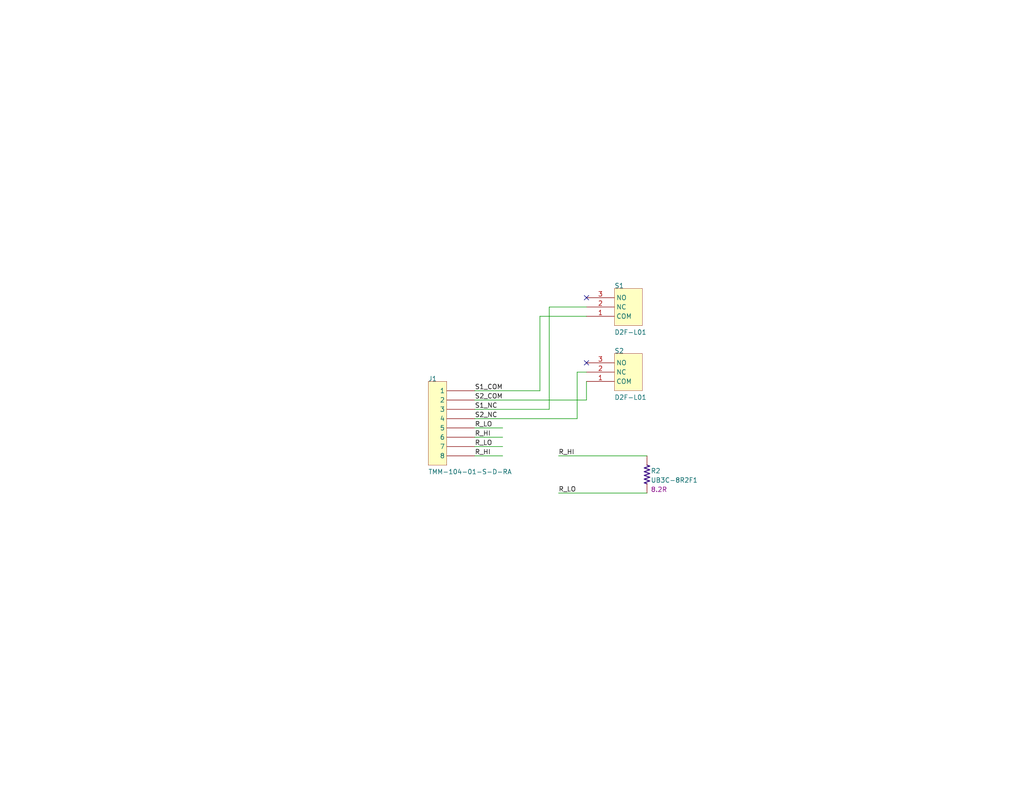
<source format=kicad_sch>
(kicad_sch (version 20231120) (generator "eeschema") (generator_version "8.0")
  (paper "USLetter")
  (title_block (title "Antenna Burn Wire PCB") (date "2024-09-11") (company "Student Satellite Program, IIT Bombay") (comment 1 "Author : Tanish Raghute"))
  (lib_symbols
    (symbol "resistor_board-altium-import:root_0_UB3C-8R2F1"
      (symbol "root_0_UB3C-8R2F1_1_0"
        (polyline (pts (xy 0 -2.54) (xy -0.762 -2.286) (xy 0.762 -1.778) (xy -0.762 -1.27) (xy 0.762 -0.762) (xy -0.762 -0.254) (xy 0.762 0.254) (xy -0.762 0.762) (xy 0.762 1.27) (xy -0.762 1.778) (xy 0.762 2.286) (xy 0 2.54)) (stroke (width 0.254) (color 48 0 123 1)))
        (pin passive line (at 0 -5.08 90) (length 2.54) (name "") (number "1"))
        (pin passive line (at 0 5.08 270) (length 2.54) (name "") (number "2"))
      )
    )
    (symbol "resistor_board-altium-import:root_0_mirrored_TMM-104-01-x-D-RA"
      (symbol "root_0_mirrored_TMM-104-01-x-D-RA_1_0"
        (rectangle (start -7.62 2.54) (end -12.7 -20.32) (stroke (width 0.0254) (color 128 0 0 1)) (fill (type background)))
        (pin passive line (at 0 0 180) (length 7.62) (name "1") (number "1"))
        (pin passive line (at 0 -2.54 180) (length 7.62) (name "2") (number "2"))
        (pin passive line (at 0 -5.08 180) (length 7.62) (name "3") (number "3"))
        (pin passive line (at 0 -7.62 180) (length 7.62) (name "4") (number "4"))
        (pin passive line (at 0 -10.16 180) (length 7.62) (name "5") (number "5"))
        (pin passive line (at 0 -12.7 180) (length 7.62) (name "6") (number "6"))
        (pin passive line (at 0 -15.24 180) (length 7.62) (name "7") (number "7"))
        (pin passive line (at 0 -17.78 180) (length 7.62) (name "8") (number "8"))
      )
    )
    (symbol "resistor_board-altium-import:root_2_mirrored_D2F-L01"
      (symbol "root_2_mirrored_D2F-L01_1_0"
        (rectangle (start 7.62 5.08) (end 0 -5.08) (stroke (width 0.0254) (color 128 0 0 1)) (fill (type background)))
        (pin passive line (at -7.62 -2.54 0) (length 7.62) (name "COM") (number "1"))
        (pin passive line (at -7.62 0 0) (length 7.62) (name "NC") (number "2"))
        (pin passive line (at -7.62 2.54 0) (length 7.62) (name "NO") (number "3"))
      )
    )
  )
  (no_connect (at 160.02 81.28))
  (no_connect (at 160.02 99.06))
  (wire (pts (xy 152.4 124.46) (xy 176.53 124.46)))
  (wire (pts (xy 147.32 86.36) (xy 147.32 106.68)))
  (wire (pts (xy 129.54 111.76) (xy 149.86 111.76)))
  (wire (pts (xy 149.86 83.82) (xy 160.02 83.82)))
  (wire (pts (xy 160.02 86.36) (xy 147.32 86.36)))
  (wire (pts (xy 129.54 116.84) (xy 137.16 116.84)))
  (wire (pts (xy 129.54 121.92) (xy 137.16 121.92)))
  (wire (pts (xy 152.4 134.62) (xy 176.53 134.62)))
  (wire (pts (xy 157.48 114.3) (xy 157.48 101.6)))
  (wire (pts (xy 149.86 111.76) (xy 149.86 83.82)))
  (wire (pts (xy 160.02 104.14) (xy 160.02 109.22)))
  (wire (pts (xy 160.02 109.22) (xy 129.54 109.22)))
  (wire (pts (xy 157.48 101.6) (xy 160.02 101.6)))
  (wire (pts (xy 129.54 124.46) (xy 137.16 124.46)))
  (wire (pts (xy 129.54 119.38) (xy 137.16 119.38)))
  (wire (pts (xy 147.32 106.68) (xy 129.54 106.68)))
  (wire (pts (xy 129.54 114.3) (xy 157.48 114.3)))
  (label "R_HI" (at 129.54 124.46 0))
  (label "R_HI" (at 152.4 124.46 0))
  (label "S1_COM" (at 129.54 106.68 0))
  (label "R_LO" (at 152.4 134.62 0))
  (label "S2_NC" (at 129.54 114.3 0))
  (label "R_HI" (at 129.54 119.38 0))
  (label "S2_COM" (at 129.54 109.22 0))
  (label "S1_NC" (at 129.54 111.76 0))
  (label "R_LO" (at 129.54 116.84 0))
  (label "R_LO" (at 129.54 121.92 0))
  (symbol (lib_id "resistor_board-altium-import:root_2_mirrored_D2F-L01") (at 167.64 101.6 0) (unit 1)
    (property "Reference" "S2" (at 167.64 96.52 0) (effects (justify left bottom)))
    (property "Value" "D2F-L01" (at 167.64 109.22 0) (effects (justify left bottom)))
    (property "Footprint" "D2F-L" (effects (hide yes)))
    (property "Description" "SWITCH SNAP ACT SPDT 100MA 30V" (effects (hide yes)))
    (property "SUPPLIER 1" "Digi-Key" (effects (hide yes)))
    (property "SUPPLIER PART NUMBER 1" "SW154-ND" (effects (hide yes)))
    (property "MANUFACTURER 1" "Omron" (effects (hide yes)))
    (property "MANUFACTURER PART NUMBER 1" "D2F-01L" (effects (hide yes)))
    (property "STOCK 1" "0" (effects (hide yes)))
    (property "PRICING 1" "1=1.94000, 10=1.82800, 25=1.75480, 50=1.68160, 100=1.60840, 250=1.27944 (USD)" (effects (hide yes)))
    (property "ROHS" "Yes" (effects (hide yes)))
    (property "MOUNT" "Through Hole,PCB,Screw" (effects (hide yes)))
    (property "MECHANICAL LIFE" "1000000Cycles" (effects (hide yes)))
    (property "CONTACT MATERIAL" "Gold" (effects (hide yes)))
    (property "ACTUATOR MATERIAL" "Stainless Steel" (effects (hide yes)))
    (property "CONTACT PLATING" "Gold" (effects (hide yes)))
    (property "WEIGHT" "0.017637oz" (effects (hide yes)))
    (property "MIN OPERATING TEMPERATURE" "-25°C" (effects (hide yes)))
    (property "MAX OPERATING TEMPERATURE" "65°C" (effects (hide yes)))
    (property "VOLTAGE RATING (DC)" "30V" (effects (hide yes)))
    (property "THROW CONFIGURATION" "SPDT" (effects (hide yes)))
    (property "CURRENT RATING" "100mA" (effects (hide yes)))
    (property "PACKAGING" "Bulk" (effects (hide yes)))
    (property "ELECTRICAL LIFE" "30000Cycles" (effects (hide yes)))
    (property "SWITCH FUNCTION" "On-Mom" (effects (hide yes)))
    (property "OPERATING FORCE" "0.78N" (effects (hide yes)))
    (property "TERMINATION" "PC Pins" (effects (hide yes)))
    (property "DIFFERENTIAL TRAVEL" "0.02inch" (effects (hide yes)))
    (property "OVERTRAVEL" "0.022inch" (effects (hide yes)))
    (property "OPERATING POSITION" "0.268inch" (effects (hide yes)))
    (property "MAX VOLTAGE RATING (DC)" "30V" (effects (hide yes)))
    (property "PACKAGE QUANTITY" "1000" (effects (hide yes)))
    (property "SERIES" "D2F" (effects (hide yes)))
    (property "ORIENTATION" "Straight" (effects (hide yes)))
    (property "MAX CURRENT RATING" "100mA" (effects (hide yes)))
    (property "ACTUATOR TYPE" "HINGE LEVER" (effects (hide yes)))
    (property "CONTACT CURRENT RATING" "100mA" (effects (hide yes)))
    (property "NUMBER OF POLES" "1" (effects (hide yes)))
    (property "INSULATION RESISTANCE" "100MR" (effects (hide yes)))
    (property "LENGTH" "13.95mm" (effects (hide yes)))
    (property "DEPTH" "5.8mm" (effects (hide yes)))
    (property "RATINGS" "IP40" (effects (hide yes)))
    (property "RADIATION HARDENING" "No" (effects (hide yes)))
    (property "LEAD FREE" "Lead Free" (effects (hide yes)))
    (property "REACH SVHC" "No SVHC" (effects (hide yes)))
    (property "APPROVALS" "UL,CSA" (effects (hide yes)))
    (property "COMPONENTLINK1URL" "https://datasheet.ciiva.com/26945/getdatasheetpartid-388881-26945786.pdf?src-supplier=Verical" (effects (hide yes)))
    (property "COMPONENTLINK1DESCRIPTION" "https://datasheet.ciiva.com/26945/getdatasheetpartid-388881-26945786.pdf?src-supplier=Verical" (effects (hide yes)))
    (property "COMPONENTLINK2URL" "https://datasheet.ciiva.com/1628/en-d2f-1628759.pdf?src-supplier=Farnell" (effects (hide yes)))
    (property "COMPONENTLINK2DESCRIPTION" "https://datasheet.ciiva.com/1628/en-d2f-1628759.pdf?src-supplier=Farnell" (effects (hide yes)))
    (property "COMPONENTLINK3URL" "https://datasheet.ciiva.com/2890/d2f-1113-2890889.pdf?src-supplier=Digi-Key" (effects (hide yes)))
    (property "COMPONENTLINK3DESCRIPTION" "https://datasheet.ciiva.com/2890/d2f-1113-2890889.pdf?src-supplier=Digi-Key" (effects (hide yes)))
    (property "COMPONENTLINK4URL" "https://datasheet.ciiva.com/14537/70175356-14537993.pdf?src-supplier=Allied+Electronics" (effects (hide yes)))
    (property "COMPONENTLINK4DESCRIPTION" "https://datasheet.ciiva.com/14537/70175356-14537993.pdf?src-supplier=Allied+Electronics" (effects (hide yes)))
    (property "COMPONENTLINK5URL" "https://datasheet.ciiva.com/16176/d2f-1110-16176606.pdf?src-supplier=Onlinecomponents.com" (effects (hide yes)))
    (property "COMPONENTLINK5DESCRIPTION" "https://datasheet.ciiva.com/16176/d2f-1110-16176606.pdf?src-supplier=Onlinecomponents.com" (effects (hide yes)))
    (property "COMPONENTLINK6URL" "https://datasheet.ciiva.com/1530/1825221-1530488.pdf?src-supplier=Element14" (effects (hide yes)))
    (property "COMPONENTLINK6DESCRIPTION" "https://datasheet.ciiva.com/1530/1825221-1530488.pdf?src-supplier=Element14" (effects (hide yes)))
    (property "COMPONENTLINK7URL" "https://datasheet.ciiva.com/1530/659393-1530504.pdf?src-supplier=Element14" (effects (hide yes)))
    (property "COMPONENTLINK7DESCRIPTION" "https://datasheet.ciiva.com/1530/659393-1530504.pdf?src-supplier=Element14" (effects (hide yes)))
    (property "COMPONENTLINK8URL" "https://datasheet.ciiva.com/14143/03587326-14143416.pdf?src-supplier=Distrelec" (effects (hide yes)))
    (property "COMPONENTLINK8DESCRIPTION" "https://datasheet.ciiva.com/14143/03587326-14143416.pdf?src-supplier=Distrelec" (effects (hide yes)))
  )
  (symbol (lib_id "resistor_board-altium-import:root_0_mirrored_TMM-104-01-x-D-RA") (at 129.54 106.68 0) (unit 1)
    (property "Reference" "J1" (at 116.84 104.14 0) (effects (justify left bottom)))
    (property "Value" "TMM-104-01-S-D-RA" (at 116.84 129.54 0) (effects (justify left bottom)))
    (property "Footprint" "TMM-104-01-x-D-RA" (effects (hide yes)))
    (property "Description" "HEADER M 2x4 RA 2mm" (effects (hide yes)))
    (property "SYSTEM" "Connector" (effects (hide yes)))
    (property "SUPPLIER 1" "Digi-Key" (effects (hide yes)))
    (property "SUPPLIER PART NUMBER 1" "SAM12153-ND" (effects (hide yes)))
  )
  (symbol (lib_id "resistor_board-altium-import:root_0_UB3C-8R2F1") (at 176.53 129.54 0) (unit 1)
    (property "Reference" "R2" (at 177.546 129.286 0) (effects (justify left bottom)))
    (property "Value" "UB3C-8R2F1" (at 177.546 131.826 0) (effects (justify left bottom)))
    (property "Footprint" "UB3C" (effects (hide yes)))
    (property "Description" "RES 8.2 OHM 1% 3W AXIAL" (effects (hide yes)))
    (property "SUPPLIER 1" "Digi-Key" (effects (hide yes)))
    (property "MANUFACTURER 1" "Riedon" (effects (hide yes)))
    (property "MANUFACTURER PART NUMBER 1" "UB3C-8R2F1" (effects (hide yes)))
    (property "STOCK 1" "18" (effects (hide yes)))
    (property "PRICING 1" "1=0.92000, 10=0.79500, 25=0.69880, 50=0.63860, 100=0.55430, 250=0.48200, 500=0.40006, 1000=0.32535, 5000=0.32053 (USD)" (effects (hide yes)))
    (property "ROHS" "Yes" (effects (hide yes)))
    (property "CASE/PACKAGE" "Axial" (effects (hide yes)))
    (property "MIN OPERATING TEMPERATURE" "-55°C" (effects (hide yes)))
    (property "MAX OPERATING TEMPERATURE" "250°C" (effects (hide yes)))
    (property "MAX POWER DISSIPATION" "3W" (effects (hide yes)))
    (property "PACKAGE QUANTITY" "250" (effects (hide yes)))
    (property "TOLERANCE" "1%" (effects (hide yes)))
    (property "PACKAGING" "Bulk" (effects (hide yes)))
    (property "NUMBER OF TERMINATIONS" "2" (effects (hide yes)))
    (property "TEMPERATURE COEFFICIENT" "50ppm/°C" (effects (hide yes)))
    (property "FEATURES" "Moisture Resistant" (effects (hide yes)))
    (property "LENGTH" "0.35inch" (effects (hide yes)))
    (property "COMPONENTLINK1URL" "http://riedon.com/media/pdf/UB.pdf?src-supplier=Digi-Key" (effects (hide yes)))
    (property "COMPONENTLINK1DESCRIPTION" "http://riedon.com/media/pdf/UB.pdf?src-supplier=Digi-Key" (effects (hide yes)))
    (property "SUPPLIER PART NUMBER 1" "696-1049-ND" (effects (hide yes)))
    (property "RESISTANCE" "8.2R" (at 177.546 134.366 0) (effects (justify left bottom)))
    (property "RESISTOR TYPE" "Wirewound" (effects (hide yes)))
    (property "SERIES" "UB" (effects (hide yes)))
  )
  (symbol (lib_id "resistor_board-altium-import:root_2_mirrored_D2F-L01") (at 167.64 83.82 0) (unit 1)
    (property "Reference" "S1" (at 167.64 78.74 0) (effects (justify left bottom)))
    (property "Value" "D2F-L01" (at 167.64 91.44 0) (effects (justify left bottom)))
    (property "Footprint" "D2F-L" (effects (hide yes)))
    (property "Description" "SWITCH SNAP ACT SPDT 100MA 30V" (effects (hide yes)))
    (property "SUPPLIER 1" "Digi-Key" (effects (hide yes)))
    (property "SUPPLIER PART NUMBER 1" "SW154-ND" (effects (hide yes)))
    (property "MANUFACTURER 1" "Omron" (effects (hide yes)))
    (property "MANUFACTURER PART NUMBER 1" "D2F-01L" (effects (hide yes)))
    (property "STOCK 1" "0" (effects (hide yes)))
    (property "PRICING 1" "1=1.94000, 10=1.82800, 25=1.75480, 50=1.68160, 100=1.60840, 250=1.27944 (USD)" (effects (hide yes)))
    (property "ROHS" "Yes" (effects (hide yes)))
    (property "MOUNT" "Through Hole,PCB,Screw" (effects (hide yes)))
    (property "MECHANICAL LIFE" "1000000Cycles" (effects (hide yes)))
    (property "CONTACT MATERIAL" "Gold" (effects (hide yes)))
    (property "ACTUATOR MATERIAL" "Stainless Steel" (effects (hide yes)))
    (property "CONTACT PLATING" "Gold" (effects (hide yes)))
    (property "WEIGHT" "0.017637oz" (effects (hide yes)))
    (property "MIN OPERATING TEMPERATURE" "-25°C" (effects (hide yes)))
    (property "MAX OPERATING TEMPERATURE" "65°C" (effects (hide yes)))
    (property "VOLTAGE RATING (DC)" "30V" (effects (hide yes)))
    (property "THROW CONFIGURATION" "SPDT" (effects (hide yes)))
    (property "CURRENT RATING" "100mA" (effects (hide yes)))
    (property "PACKAGING" "Bulk" (effects (hide yes)))
    (property "ELECTRICAL LIFE" "30000Cycles" (effects (hide yes)))
    (property "SWITCH FUNCTION" "On-Mom" (effects (hide yes)))
    (property "OPERATING FORCE" "0.78N" (effects (hide yes)))
    (property "TERMINATION" "PC Pins" (effects (hide yes)))
    (property "DIFFERENTIAL TRAVEL" "0.02inch" (effects (hide yes)))
    (property "OVERTRAVEL" "0.022inch" (effects (hide yes)))
    (property "OPERATING POSITION" "0.268inch" (effects (hide yes)))
    (property "MAX VOLTAGE RATING (DC)" "30V" (effects (hide yes)))
    (property "PACKAGE QUANTITY" "1000" (effects (hide yes)))
    (property "SERIES" "D2F" (effects (hide yes)))
    (property "ORIENTATION" "Straight" (effects (hide yes)))
    (property "MAX CURRENT RATING" "100mA" (effects (hide yes)))
    (property "ACTUATOR TYPE" "HINGE LEVER" (effects (hide yes)))
    (property "CONTACT CURRENT RATING" "100mA" (effects (hide yes)))
    (property "NUMBER OF POLES" "1" (effects (hide yes)))
    (property "INSULATION RESISTANCE" "100MR" (effects (hide yes)))
    (property "LENGTH" "13.95mm" (effects (hide yes)))
    (property "DEPTH" "5.8mm" (effects (hide yes)))
    (property "RATINGS" "IP40" (effects (hide yes)))
    (property "RADIATION HARDENING" "No" (effects (hide yes)))
    (property "LEAD FREE" "Lead Free" (effects (hide yes)))
    (property "REACH SVHC" "No SVHC" (effects (hide yes)))
    (property "APPROVALS" "UL,CSA" (effects (hide yes)))
    (property "COMPONENTLINK1URL" "https://datasheet.ciiva.com/26945/getdatasheetpartid-388881-26945786.pdf?src-supplier=Verical" (effects (hide yes)))
    (property "COMPONENTLINK1DESCRIPTION" "https://datasheet.ciiva.com/26945/getdatasheetpartid-388881-26945786.pdf?src-supplier=Verical" (effects (hide yes)))
    (property "COMPONENTLINK2URL" "https://datasheet.ciiva.com/1628/en-d2f-1628759.pdf?src-supplier=Farnell" (effects (hide yes)))
    (property "COMPONENTLINK2DESCRIPTION" "https://datasheet.ciiva.com/1628/en-d2f-1628759.pdf?src-supplier=Farnell" (effects (hide yes)))
    (property "COMPONENTLINK3URL" "https://datasheet.ciiva.com/2890/d2f-1113-2890889.pdf?src-supplier=Digi-Key" (effects (hide yes)))
    (property "COMPONENTLINK3DESCRIPTION" "https://datasheet.ciiva.com/2890/d2f-1113-2890889.pdf?src-supplier=Digi-Key" (effects (hide yes)))
    (property "COMPONENTLINK4URL" "https://datasheet.ciiva.com/14537/70175356-14537993.pdf?src-supplier=Allied+Electronics" (effects (hide yes)))
    (property "COMPONENTLINK4DESCRIPTION" "https://datasheet.ciiva.com/14537/70175356-14537993.pdf?src-supplier=Allied+Electronics" (effects (hide yes)))
    (property "COMPONENTLINK5URL" "https://datasheet.ciiva.com/16176/d2f-1110-16176606.pdf?src-supplier=Onlinecomponents.com" (effects (hide yes)))
    (property "COMPONENTLINK5DESCRIPTION" "https://datasheet.ciiva.com/16176/d2f-1110-16176606.pdf?src-supplier=Onlinecomponents.com" (effects (hide yes)))
    (property "COMPONENTLINK6URL" "https://datasheet.ciiva.com/1530/1825221-1530488.pdf?src-supplier=Element14" (effects (hide yes)))
    (property "COMPONENTLINK6DESCRIPTION" "https://datasheet.ciiva.com/1530/1825221-1530488.pdf?src-supplier=Element14" (effects (hide yes)))
    (property "COMPONENTLINK7URL" "https://datasheet.ciiva.com/1530/659393-1530504.pdf?src-supplier=Element14" (effects (hide yes)))
    (property "COMPONENTLINK7DESCRIPTION" "https://datasheet.ciiva.com/1530/659393-1530504.pdf?src-supplier=Element14" (effects (hide yes)))
    (property "COMPONENTLINK8URL" "https://datasheet.ciiva.com/14143/03587326-14143416.pdf?src-supplier=Distrelec" (effects (hide yes)))
    (property "COMPONENTLINK8DESCRIPTION" "https://datasheet.ciiva.com/14143/03587326-14143416.pdf?src-supplier=Distrelec" (effects (hide yes)))
  )
)
</source>
